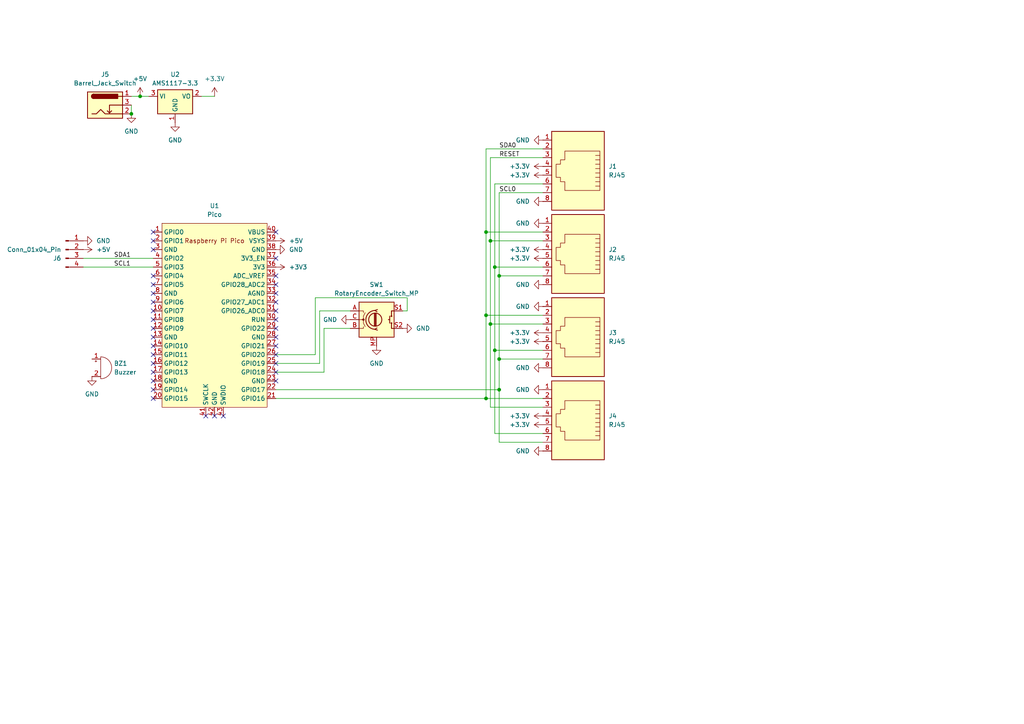
<source format=kicad_sch>
(kicad_sch (version 20231120) (generator "eeschema") (generator_version "8.0")
  (paper "A4")
  (title_block (title "Laser-Parkour Controller") (date "2024-08-25") (rev "01") (company "Manuel König HHN HTWG x42.space"))
  (lib_symbols
    (symbol "Connector:Barrel_Jack_Switch" (pin_names hide)
      (property "Reference" "J" (at 0 5.334 0))
      (property "Value" "Barrel_Jack_Switch" (at 0 -5.08 0))
      (symbol "Barrel_Jack_Switch_0_1"
        (rectangle (start -5.08 3.81) (end 5.08 -3.81) (stroke (width 0.254)) (fill (type background)))
        (arc (start -3.302 3.175) (mid -3.9343 2.54) (end -3.302 1.905) (stroke (width 0.254)))
        (arc (start -3.302 3.175) (mid -3.9343 2.54) (end -3.302 1.905) (stroke (width 0.254)) (fill (type outline)))
        (polyline (pts (xy 1.27 -2.286) (xy 1.905 -1.651)) (stroke (width 0.254)))
        (polyline (pts (xy 5.08 2.54) (xy 3.81 2.54)) (stroke (width 0.254)))
        (polyline (pts (xy 5.08 0) (xy 1.27 0) (xy 1.27 -2.286) (xy 0.635 -1.651)) (stroke (width 0.254)))
        (polyline (pts (xy -3.81 -2.54) (xy -2.54 -2.54) (xy -1.27 -1.27) (xy 0 -2.54) (xy 2.54 -2.54) (xy 5.08 -2.54)) (stroke (width 0.254)))
        (rectangle (start 3.683 3.175) (end -3.302 1.905) (stroke (width 0.254)) (fill (type outline)))
      )
      (symbol "Barrel_Jack_Switch_1_1"
        (pin passive line (at 7.62 2.54 180) (length 2.54) (name "~") (number "1"))
        (pin passive line (at 7.62 -2.54 180) (length 2.54) (name "~") (number "2"))
        (pin passive line (at 7.62 0 180) (length 2.54) (name "~") (number "3"))
      )
    )
    (symbol "Connector:Conn_01x04_Pin" (pin_names (offset 1.016) hide)
      (property "Reference" "J" (at 0 5.08 0))
      (property "Value" "Conn_01x04_Pin" (at 0 -7.62 0))
      (symbol "Conn_01x04_Pin_1_1"
        (polyline (pts (xy 1.27 -5.08) (xy 0.8636 -5.08)) (stroke (width 0.1524)))
        (polyline (pts (xy 1.27 -2.54) (xy 0.8636 -2.54)) (stroke (width 0.1524)))
        (polyline (pts (xy 1.27 0) (xy 0.8636 0)) (stroke (width 0.1524)))
        (polyline (pts (xy 1.27 2.54) (xy 0.8636 2.54)) (stroke (width 0.1524)))
        (rectangle (start 0.8636 -4.953) (end 0 -5.207) (stroke (width 0.1524)) (fill (type outline)))
        (rectangle (start 0.8636 -2.413) (end 0 -2.667) (stroke (width 0.1524)) (fill (type outline)))
        (rectangle (start 0.8636 0.127) (end 0 -0.127) (stroke (width 0.1524)) (fill (type outline)))
        (rectangle (start 0.8636 2.667) (end 0 2.413) (stroke (width 0.1524)) (fill (type outline)))
        (pin passive line (at 5.08 2.54 180) (length 3.81) (name "Pin_1") (number "1"))
        (pin passive line (at 5.08 0 180) (length 3.81) (name "Pin_2") (number "2"))
        (pin passive line (at 5.08 -2.54 180) (length 3.81) (name "Pin_3") (number "3"))
        (pin passive line (at 5.08 -5.08 180) (length 3.81) (name "Pin_4") (number "4"))
      )
    )
    (symbol "Connector:RJ45" (pin_names (offset 1.016))
      (property "Reference" "J" (at -5.08 13.97 0))
      (property "Value" "RJ45" (at 2.54 13.97 0))
      (symbol "RJ45_0_1"
        (polyline (pts (xy -5.08 4.445) (xy -6.35 4.445)))
        (polyline (pts (xy -5.08 5.715) (xy -6.35 5.715)))
        (polyline (pts (xy -6.35 -3.175) (xy -5.08 -3.175) (xy -5.08 -3.175)))
        (polyline (pts (xy -6.35 -1.905) (xy -5.08 -1.905) (xy -5.08 -1.905)))
        (polyline (pts (xy -6.35 -0.635) (xy -5.08 -0.635) (xy -5.08 -0.635)))
        (polyline (pts (xy -6.35 0.635) (xy -5.08 0.635) (xy -5.08 0.635)))
        (polyline (pts (xy -6.35 1.905) (xy -5.08 1.905) (xy -5.08 1.905)))
        (polyline (pts (xy -5.08 3.175) (xy -6.35 3.175) (xy -6.35 3.175)))
        (polyline (pts (xy -6.35 -4.445) (xy -6.35 6.985) (xy 3.81 6.985) (xy 3.81 4.445) (xy 5.08 4.445) (xy 5.08 3.175) (xy 6.35 3.175) (xy 6.35 -0.635) (xy 5.08 -0.635) (xy 5.08 -1.905) (xy 3.81 -1.905) (xy 3.81 -4.445) (xy -6.35 -4.445) (xy -6.35 -4.445)))
        (rectangle (start 7.62 12.7) (end -7.62 -10.16) (stroke (width 0.254)) (fill (type background)))
      )
      (symbol "RJ45_1_1"
        (pin passive line (at 10.16 -7.62 180) (length 2.54) (name "~") (number "1"))
        (pin passive line (at 10.16 -5.08 180) (length 2.54) (name "~") (number "2"))
        (pin passive line (at 10.16 -2.54 180) (length 2.54) (name "~") (number "3"))
        (pin passive line (at 10.16 0 180) (length 2.54) (name "~") (number "4"))
        (pin passive line (at 10.16 2.54 180) (length 2.54) (name "~") (number "5"))
        (pin passive line (at 10.16 5.08 180) (length 2.54) (name "~") (number "6"))
        (pin passive line (at 10.16 7.62 180) (length 2.54) (name "~") (number "7"))
        (pin passive line (at 10.16 10.16 180) (length 2.54) (name "~") (number "8"))
      )
    )
    (symbol "Device:Buzzer" (pin_names (offset 0.0254) hide)
      (property "Reference" "BZ" (at 3.81 1.27 0))
      (property "Value" "Buzzer" (at 3.81 -1.27 0))
      (symbol "Buzzer_0_1"
        (arc (start 0 -3.175) (mid 3.1612 0) (end 0 3.175))
        (polyline (pts (xy -1.651 1.905) (xy -1.143 1.905)))
        (polyline (pts (xy -1.397 2.159) (xy -1.397 1.651)))
        (polyline (pts (xy 0 3.175) (xy 0 -3.175)))
      )
      (symbol "Buzzer_1_1"
        (pin passive line (at -2.54 2.54 0) (length 2.54) (name "+") (number "1"))
        (pin passive line (at -2.54 -2.54 0) (length 2.54) (name "-") (number "2"))
      )
    )
    (symbol "Device:RotaryEncoder_Switch_MP" (pin_names (offset 0.254) hide)
      (property "Reference" "SW" (at 0 8.89 0))
      (property "Value" "RotaryEncoder_Switch_MP" (at 0 6.35 0))
      (symbol "RotaryEncoder_Switch_MP_0_1"
        (rectangle (start -5.08 5.08) (end 5.08 -5.08) (stroke (width 0.254)) (fill (type background)))
        (circle (center -3.81 0) (radius 0.254) (fill (type outline)))
        (circle (center -0.381 0) (radius 1.905) (stroke (width 0.254)))
        (arc (start -0.381 2.667) (mid -3.0988 -0.0635) (end -0.381 -2.794) (stroke (width 0.254)))
        (polyline (pts (xy -0.635 -1.778) (xy -0.635 1.778)) (stroke (width 0.254)))
        (polyline (pts (xy -0.381 -1.778) (xy -0.381 1.778)) (stroke (width 0.254)))
        (polyline (pts (xy -0.127 1.778) (xy -0.127 -1.778)) (stroke (width 0.254)))
        (polyline (pts (xy 3.81 0) (xy 3.429 0)) (stroke (width 0.254)))
        (polyline (pts (xy 3.81 1.016) (xy 3.81 -1.016)) (stroke (width 0.254)))
        (polyline (pts (xy -5.08 -2.54) (xy -3.81 -2.54) (xy -3.81 -2.032)))
        (polyline (pts (xy -5.08 2.54) (xy -3.81 2.54) (xy -3.81 2.032)))
        (polyline (pts (xy 0.254 -3.048) (xy -0.508 -2.794) (xy 0.127 -2.413)) (stroke (width 0.254)))
        (polyline (pts (xy 0.254 2.921) (xy -0.508 2.667) (xy 0.127 2.286)) (stroke (width 0.254)))
        (polyline (pts (xy 5.08 -2.54) (xy 4.318 -2.54) (xy 4.318 -1.016)) (stroke (width 0.254)))
        (polyline (pts (xy 5.08 2.54) (xy 4.318 2.54) (xy 4.318 1.016)) (stroke (width 0.254)))
        (polyline (pts (xy -5.08 0) (xy -3.81 0) (xy -3.81 -1.016) (xy -3.302 -2.032)))
        (polyline (pts (xy -4.318 0) (xy -3.81 0) (xy -3.81 1.016) (xy -3.302 2.032)))
        (circle (center 4.318 -1.016) (radius 0.127) (stroke (width 0.254)))
        (circle (center 4.318 1.016) (radius 0.127) (stroke (width 0.254)))
      )
      (symbol "RotaryEncoder_Switch_MP_1_1"
        (pin passive line (at -7.62 2.54 0) (length 2.54) (name "A") (number "A"))
        (pin passive line (at -7.62 -2.54 0) (length 2.54) (name "B") (number "B"))
        (pin passive line (at -7.62 0 0) (length 2.54) (name "C") (number "C"))
        (pin passive line (at 0 -7.62 90) (length 2.54) (name "MP") (number "MP"))
        (pin passive line (at 7.62 2.54 180) (length 2.54) (name "S1") (number "S1"))
        (pin passive line (at 7.62 -2.54 180) (length 2.54) (name "S2") (number "S2"))
      )
    )
    (symbol "Library:Pico"
      (property "Reference" "U" (at -13.97 27.94 0))
      (property "Value" "Pico" (at 0 19.05 0))
      (symbol "Pico_0_0"
        (text "Raspberry Pi Pico" (at 0 21.59 0) (effects (font (size 1.27 1.27))))
      )
      (symbol "Pico_0_1"
        (rectangle (start -15.24 26.67) (end 15.24 -26.67) (fill (type background)))
      )
      (symbol "Pico_1_1"
        (pin bidirectional line (at -17.78 24.13 0) (length 2.54) (name "GPIO0") (number "1"))
        (pin bidirectional line (at -17.78 1.27 0) (length 2.54) (name "GPIO7") (number "10"))
        (pin bidirectional line (at -17.78 -1.27 0) (length 2.54) (name "GPIO8") (number "11"))
        (pin bidirectional line (at -17.78 -3.81 0) (length 2.54) (name "GPIO9") (number "12"))
        (pin power_in line (at -17.78 -6.35 0) (length 2.54) (name "GND") (number "13"))
        (pin bidirectional line (at -17.78 -8.89 0) (length 2.54) (name "GPIO10") (number "14"))
        (pin bidirectional line (at -17.78 -11.43 0) (length 2.54) (name "GPIO11") (number "15"))
        (pin bidirectional line (at -17.78 -13.97 0) (length 2.54) (name "GPIO12") (number "16"))
        (pin bidirectional line (at -17.78 -16.51 0) (length 2.54) (name "GPIO13") (number "17"))
        (pin power_in line (at -17.78 -19.05 0) (length 2.54) (name "GND") (number "18"))
        (pin bidirectional line (at -17.78 -21.59 0) (length 2.54) (name "GPIO14") (number "19"))
        (pin bidirectional line (at -17.78 21.59 0) (length 2.54) (name "GPIO1") (number "2"))
        (pin bidirectional line (at -17.78 -24.13 0) (length 2.54) (name "GPIO15") (number "20"))
        (pin bidirectional line (at 17.78 -24.13 180) (length 2.54) (name "GPIO16") (number "21"))
        (pin bidirectional line (at 17.78 -21.59 180) (length 2.54) (name "GPIO17") (number "22"))
        (pin power_in line (at 17.78 -19.05 180) (length 2.54) (name "GND") (number "23"))
        (pin bidirectional line (at 17.78 -16.51 180) (length 2.54) (name "GPIO18") (number "24"))
        (pin bidirectional line (at 17.78 -13.97 180) (length 2.54) (name "GPIO19") (number "25"))
        (pin bidirectional line (at 17.78 -11.43 180) (length 2.54) (name "GPIO20") (number "26"))
        (pin bidirectional line (at 17.78 -8.89 180) (length 2.54) (name "GPIO21") (number "27"))
        (pin power_in line (at 17.78 -6.35 180) (length 2.54) (name "GND") (number "28"))
        (pin bidirectional line (at 17.78 -3.81 180) (length 2.54) (name "GPIO22") (number "29"))
        (pin power_in line (at -17.78 19.05 0) (length 2.54) (name "GND") (number "3"))
        (pin input line (at 17.78 -1.27 180) (length 2.54) (name "RUN") (number "30"))
        (pin bidirectional line (at 17.78 1.27 180) (length 2.54) (name "GPIO26_ADC0") (number "31"))
        (pin bidirectional line (at 17.78 3.81 180) (length 2.54) (name "GPIO27_ADC1") (number "32"))
        (pin power_in line (at 17.78 6.35 180) (length 2.54) (name "AGND") (number "33"))
        (pin bidirectional line (at 17.78 8.89 180) (length 2.54) (name "GPIO28_ADC2") (number "34"))
        (pin power_in line (at 17.78 11.43 180) (length 2.54) (name "ADC_VREF") (number "35"))
        (pin power_in line (at 17.78 13.97 180) (length 2.54) (name "3V3") (number "36"))
        (pin input line (at 17.78 16.51 180) (length 2.54) (name "3V3_EN") (number "37"))
        (pin bidirectional line (at 17.78 19.05 180) (length 2.54) (name "GND") (number "38"))
        (pin power_in line (at 17.78 21.59 180) (length 2.54) (name "VSYS") (number "39"))
        (pin bidirectional line (at -17.78 16.51 0) (length 2.54) (name "GPIO2") (number "4"))
        (pin power_in line (at 17.78 24.13 180) (length 2.54) (name "VBUS") (number "40"))
        (pin input line (at -2.54 -29.21 90) (length 2.54) (name "SWCLK") (number "41"))
        (pin power_in line (at 0 -29.21 90) (length 2.54) (name "GND") (number "42"))
        (pin bidirectional line (at 2.54 -29.21 90) (length 2.54) (name "SWDIO") (number "43"))
        (pin bidirectional line (at -17.78 13.97 0) (length 2.54) (name "GPIO3") (number "5"))
        (pin bidirectional line (at -17.78 11.43 0) (length 2.54) (name "GPIO4") (number "6"))
        (pin bidirectional line (at -17.78 8.89 0) (length 2.54) (name "GPIO5") (number "7"))
        (pin power_in line (at -17.78 6.35 0) (length 2.54) (name "GND") (number "8"))
        (pin bidirectional line (at -17.78 3.81 0) (length 2.54) (name "GPIO6") (number "9"))
      )
    )
    (symbol "Regulator_Linear:AMS1117-3.3"
      (property "Reference" "U" (at -3.81 3.175 0))
      (property "Value" "AMS1117-3.3" (at 0 3.175 0))
      (symbol "AMS1117-3.3_0_1"
        (rectangle (start -5.08 -5.08) (end 5.08 1.905) (stroke (width 0.254)) (fill (type background)))
      )
      (symbol "AMS1117-3.3_1_1"
        (pin power_in line (at 0 -7.62 90) (length 2.54) (name "GND") (number "1"))
        (pin power_out line (at 7.62 0 180) (length 2.54) (name "VO") (number "2"))
        (pin power_in line (at -7.62 0 0) (length 2.54) (name "VI") (number "3"))
      )
    )
    (symbol "power:+3.3V" (power) (pin_numbers hide) (pin_names (offset 0) hide)
      (property "Value" "+3.3V" (at 0 3.556 0))
      (symbol "+3.3V_0_1"
        (polyline (pts (xy -0.762 1.27) (xy 0 2.54)))
        (polyline (pts (xy 0 0) (xy 0 2.54)))
        (polyline (pts (xy 0 2.54) (xy 0.762 1.27)))
      )
      (symbol "+3.3V_1_1"
        (pin power_in line (at 0 0 90) (length 0) (name "~") (number "1"))
      )
    )
    (symbol "power:+3V3" (power) (pin_numbers hide) (pin_names (offset 0) hide)
      (property "Value" "+3V3" (at 0 3.556 0))
      (symbol "+3V3_0_1"
        (polyline (pts (xy -0.762 1.27) (xy 0 2.54)))
        (polyline (pts (xy 0 0) (xy 0 2.54)))
        (polyline (pts (xy 0 2.54) (xy 0.762 1.27)))
      )
      (symbol "+3V3_1_1"
        (pin power_in line (at 0 0 90) (length 0) (name "~") (number "1"))
      )
    )
    (symbol "power:+5V" (power) (pin_numbers hide) (pin_names (offset 0) hide)
      (property "Value" "+5V" (at 0 3.556 0))
      (symbol "+5V_0_1"
        (polyline (pts (xy -0.762 1.27) (xy 0 2.54)))
        (polyline (pts (xy 0 0) (xy 0 2.54)))
        (polyline (pts (xy 0 2.54) (xy 0.762 1.27)))
      )
      (symbol "+5V_1_1"
        (pin power_in line (at 0 0 90) (length 0) (name "~") (number "1"))
      )
    )
    (symbol "power:GND" (power) (pin_numbers hide) (pin_names (offset 0) hide)
      (property "Value" "GND" (at 0 -3.81 0))
      (symbol "GND_0_1"
        (polyline (pts (xy 0 0) (xy 0 -1.27) (xy 1.27 -1.27) (xy 0 -2.54) (xy -1.27 -1.27) (xy 0 -1.27)))
      )
      (symbol "GND_1_1"
        (pin power_in line (at 0 0 270) (length 0) (name "~") (number "1"))
      )
    )
  )
  (junction (at 140.97 67.31))
  (junction (at 140.97 115.57))
  (junction (at 144.78 80.01))
  (junction (at 142.24 69.85))
  (junction (at 140.97 91.44))
  (junction (at 144.78 113.03))
  (junction (at 143.51 77.47))
  (junction (at 40.64 27.94))
  (junction (at 142.24 93.98))
  (junction (at 38.1 33.02))
  (junction (at 144.78 104.14))
  (junction (at 143.51 101.6))
  (no_connect (at 80.01 95.25))
  (no_connect (at 44.45 85.09))
  (no_connect (at 80.01 85.09))
  (no_connect (at 44.45 110.49))
  (no_connect (at 80.01 110.49))
  (no_connect (at 80.01 92.71))
  (no_connect (at 44.45 113.03))
  (no_connect (at 59.69 120.65))
  (no_connect (at 44.45 107.95))
  (no_connect (at 80.01 80.01))
  (no_connect (at 44.45 100.33))
  (no_connect (at 80.01 97.79))
  (no_connect (at 64.77 120.65))
  (no_connect (at 44.45 67.31))
  (no_connect (at 44.45 87.63))
  (no_connect (at 44.45 80.01))
  (no_connect (at 80.01 74.93))
  (no_connect (at 44.45 102.87))
  (no_connect (at 80.01 107.95))
  (no_connect (at 80.01 90.17))
  (no_connect (at 80.01 82.55))
  (no_connect (at 44.45 69.85))
  (no_connect (at 44.45 92.71))
  (no_connect (at 80.01 87.63))
  (no_connect (at 80.01 105.41))
  (no_connect (at 80.01 100.33))
  (no_connect (at 44.45 105.41))
  (no_connect (at 44.45 115.57))
  (no_connect (at 44.45 90.17))
  (no_connect (at 44.45 82.55))
  (no_connect (at 62.23 120.65))
  (no_connect (at 80.01 102.87))
  (no_connect (at 44.45 95.25))
  (no_connect (at 80.01 67.31))
  (no_connect (at 44.45 97.79))
  (no_connect (at 44.45 72.39))
  (wire (pts (xy 144.78 104.14) (xy 144.78 113.03)))
  (wire (pts (xy 144.78 113.03) (xy 144.78 128.27)))
  (wire (pts (xy 142.24 118.11) (xy 157.48 118.11)))
  (wire (pts (xy 93.98 95.25) (xy 101.6 95.25)))
  (wire (pts (xy 38.1 30.48) (xy 38.1 33.02)))
  (wire (pts (xy 92.71 90.17) (xy 101.6 90.17)))
  (wire (pts (xy 91.44 102.87) (xy 91.44 86.36)))
  (wire (pts (xy 118.11 86.36) (xy 118.11 90.17)))
  (wire (pts (xy 80.01 105.41) (xy 92.71 105.41)))
  (wire (pts (xy 143.51 77.47) (xy 157.48 77.47)))
  (wire (pts (xy 142.24 69.85) (xy 142.24 93.98)))
  (wire (pts (xy 93.98 107.95) (xy 93.98 95.25)))
  (wire (pts (xy 142.24 93.98) (xy 157.48 93.98)))
  (wire (pts (xy 144.78 128.27) (xy 157.48 128.27)))
  (wire (pts (xy 142.24 69.85) (xy 157.48 69.85)))
  (wire (pts (xy 144.78 104.14) (xy 157.48 104.14)))
  (wire (pts (xy 24.13 77.47) (xy 44.45 77.47)))
  (wire (pts (xy 140.97 67.31) (xy 140.97 91.44)))
  (wire (pts (xy 140.97 91.44) (xy 157.48 91.44)))
  (wire (pts (xy 140.97 91.44) (xy 140.97 115.57)))
  (wire (pts (xy 144.78 80.01) (xy 157.48 80.01)))
  (wire (pts (xy 143.51 53.34) (xy 157.48 53.34)))
  (wire (pts (xy 144.78 55.88) (xy 157.48 55.88)))
  (wire (pts (xy 140.97 43.18) (xy 140.97 67.31)))
  (wire (pts (xy 80.01 102.87) (xy 91.44 102.87)))
  (wire (pts (xy 58.42 27.94) (xy 62.23 27.94)))
  (wire (pts (xy 38.1 27.94) (xy 40.64 27.94)))
  (wire (pts (xy 40.64 27.94) (xy 43.18 27.94)))
  (wire (pts (xy 143.51 101.6) (xy 143.51 125.73)))
  (wire (pts (xy 143.51 125.73) (xy 157.48 125.73)))
  (wire (pts (xy 142.24 93.98) (xy 142.24 118.11)))
  (wire (pts (xy 140.97 115.57) (xy 157.48 115.57)))
  (wire (pts (xy 118.11 90.17) (xy 116.84 90.17)))
  (wire (pts (xy 24.13 74.93) (xy 44.45 74.93)))
  (wire (pts (xy 91.44 86.36) (xy 118.11 86.36)))
  (wire (pts (xy 143.51 77.47) (xy 143.51 101.6)))
  (wire (pts (xy 92.71 105.41) (xy 92.71 90.17)))
  (wire (pts (xy 80.01 113.03) (xy 144.78 113.03)))
  (wire (pts (xy 140.97 43.18) (xy 157.48 43.18)))
  (wire (pts (xy 143.51 53.34) (xy 143.51 77.47)))
  (wire (pts (xy 80.01 107.95) (xy 93.98 107.95)))
  (wire (pts (xy 143.51 101.6) (xy 157.48 101.6)))
  (wire (pts (xy 142.24 45.72) (xy 142.24 69.85)))
  (wire (pts (xy 144.78 80.01) (xy 144.78 104.14)))
  (wire (pts (xy 144.78 55.88) (xy 144.78 80.01)))
  (wire (pts (xy 142.24 45.72) (xy 157.48 45.72)))
  (wire (pts (xy 140.97 115.57) (xy 80.01 115.57)))
  (wire (pts (xy 140.97 67.31) (xy 157.48 67.31)))
  (label "SDA1" (at 33.02 74.93 0))
  (label "SCL0" (at 144.78 55.88 0))
  (label "SCL1" (at 33.02 77.47 0))
  (label "SDA0" (at 144.78 43.18 0))
  (label "RESET" (at 144.78 45.72 0))
  (symbol (lib_id "power:GND") (at 157.48 130.81 270) (unit 1)
    (property "Reference" "#PWR017" (effects (hide yes)))
    (property "Value" "GND" (at 153.67 130.8099 90) (effects (justify right)))
    (property "Description" "Power symbol creates a global label with name \"GND\" , ground" (effects (hide yes)))
  )
  (symbol (lib_id "power:GND") (at 80.01 72.39 90) (unit 1)
    (property "Reference" "#PWR023" (effects (hide yes)))
    (property "Value" "GND" (at 83.82 72.3899 90) (effects (justify right)))
    (property "Description" "Power symbol creates a global label with name \"GND\" , ground" (effects (hide yes)))
  )
  (symbol (lib_id "power:GND") (at 38.1 33.02 0) (unit 1)
    (property "Reference" "#PWR019" (effects (hide yes)))
    (property "Value" "GND" (at 38.1 38.1 0))
    (property "Description" "Power symbol creates a global label with name \"GND\" , ground" (effects (hide yes)))
  )
  (symbol (lib_id "Device:Buzzer") (at 29.21 106.68 0) (unit 1)
    (property "Reference" "BZ1" (at 33.02 105.4099 0) (effects (justify left)))
    (property "Value" "Buzzer" (at 33.02 107.9499 0) (effects (justify left)))
    (property "Footprint" "Buzzer_Beeper:Buzzer_12x9.5RM7.6" (effects (hide yes)))
    (property "Description" "Buzzer, polarized" (effects (hide yes)))
  )
  (symbol (lib_id "power:+3.3V") (at 157.48 96.52 90) (unit 1)
    (property "Reference" "#PWR011" (effects (hide yes)))
    (property "Value" "+3.3V" (at 153.67 96.5199 90) (effects (justify left)))
    (property "Description" "Power symbol creates a global label with name \"+3.3V\"" (effects (hide yes)))
  )
  (symbol (lib_id "power:GND") (at 50.8 35.56 0) (unit 1)
    (property "Reference" "#PWR018" (effects (hide yes)))
    (property "Value" "GND" (at 50.8 40.64 0))
    (property "Description" "Power symbol creates a global label with name \"GND\" , ground" (effects (hide yes)))
  )
  (symbol (lib_id "Connector:Barrel_Jack_Switch") (at 30.48 30.48 0) (unit 1)
    (property "Reference" "J5" (at 30.48 21.59 0))
    (property "Value" "Barrel_Jack_Switch" (at 30.48 24.13 0))
    (property "Footprint" "Library:WR-DC DC Power Jack Right Angled (6.4)" (effects (hide yes)))
    (property "Description" "DC Barrel Jack with an internal switch" (effects (hide yes)))
  )
  (symbol (lib_id "power:GND") (at 157.48 88.9 270) (unit 1)
    (property "Reference" "#PWR05" (effects (hide yes)))
    (property "Value" "GND" (at 153.67 88.8999 90) (effects (justify right)))
    (property "Description" "Power symbol creates a global label with name \"GND\" , ground" (effects (hide yes)))
  )
  (symbol (lib_id "power:+3V3") (at 80.01 77.47 270) (unit 1)
    (property "Reference" "#PWR021" (effects (hide yes)))
    (property "Value" "+3V3" (at 83.82 77.4699 90) (effects (justify left)))
    (property "Description" "Power symbol creates a global label with name \"+3V3\"" (effects (hide yes)))
  )
  (symbol (lib_id "power:GND") (at 109.22 100.33 0) (unit 1)
    (property "Reference" "#PWR025" (effects (hide yes)))
    (property "Value" "GND" (at 109.22 105.41 0))
    (property "Description" "Power symbol creates a global label with name \"GND\" , ground" (effects (hide yes)))
  )
  (symbol (lib_id "power:GND") (at 116.84 95.25 90) (unit 1)
    (property "Reference" "#PWR028" (effects (hide yes)))
    (property "Value" "GND" (at 120.65 95.2499 90) (effects (justify right)))
    (property "Description" "Power symbol creates a global label with name \"GND\" , ground" (effects (hide yes)))
  )
  (symbol (lib_id "power:GND") (at 157.48 113.03 270) (unit 1)
    (property "Reference" "#PWR014" (effects (hide yes)))
    (property "Value" "GND" (at 153.67 113.0299 90) (effects (justify right)))
    (property "Description" "Power symbol creates a global label with name \"GND\" , ground" (effects (hide yes)))
  )
  (symbol (lib_id "power:+3.3V") (at 62.23 27.94 0) (unit 1)
    (property "Reference" "#PWR022" (effects (hide yes)))
    (property "Value" "+3.3V" (at 62.23 22.86 0))
    (property "Description" "Power symbol creates a global label with name \"+3.3V\"" (effects (hide yes)))
  )
  (symbol (lib_id "power:GND") (at 157.48 58.42 270) (unit 1)
    (property "Reference" "#PWR02" (effects (hide yes)))
    (property "Value" "GND" (at 153.67 58.4199 90) (effects (justify right)))
    (property "Description" "Power symbol creates a global label with name \"GND\" , ground" (effects (hide yes)))
  )
  (symbol (lib_id "Connector:RJ45") (at 167.64 120.65 180) (unit 1)
    (property "Reference" "J4" (at 176.53 120.6499 0) (effects (justify right)))
    (property "Value" "RJ45" (at 176.53 123.1899 0) (effects (justify right)))
    (property "Footprint" "Library:WR-MJ Modular Jack Horizontal Shielded w. EMI Panel Finger 8P8C Tab Up" (effects (hide yes)))
    (property "Description" "RJ connector, 8P8C (8 positions 8 connected)" (effects (hide yes)))
  )
  (symbol (lib_id "Connector:RJ45") (at 167.64 96.52 180) (unit 1)
    (property "Reference" "J3" (at 176.53 96.5199 0) (effects (justify right)))
    (property "Value" "RJ45" (at 176.53 99.0599 0) (effects (justify right)))
    (property "Footprint" "Library:WR-MJ Modular Jack Horizontal Shielded w. EMI Panel Finger 8P8C Tab Up" (effects (hide yes)))
    (property "Description" "RJ connector, 8P8C (8 positions 8 connected)" (effects (hide yes)))
  )
  (symbol (lib_id "power:GND") (at 24.13 69.85 90) (unit 1)
    (property "Reference" "#PWR026" (effects (hide yes)))
    (property "Value" "GND" (at 27.94 69.8501 90) (effects (justify right)))
    (property "Description" "Power symbol creates a global label with name \"GND\" , ground" (effects (hide yes)))
  )
  (symbol (lib_id "Connector:RJ45") (at 167.64 72.39 180) (unit 1)
    (property "Reference" "J2" (at 176.53 72.3899 0) (effects (justify right)))
    (property "Value" "RJ45" (at 176.53 74.9299 0) (effects (justify right)))
    (property "Footprint" "Library:WR-MJ Modular Jack Horizontal Shielded w. EMI Panel Finger 8P8C Tab Up" (effects (hide yes)))
    (property "Description" "RJ connector, 8P8C (8 positions 8 connected)" (effects (hide yes)))
  )
  (symbol (lib_id "power:+3.3V") (at 157.48 72.39 90) (unit 1)
    (property "Reference" "#PWR09" (effects (hide yes)))
    (property "Value" "+3.3V" (at 153.67 72.3899 90) (effects (justify left)))
    (property "Description" "Power symbol creates a global label with name \"+3.3V\"" (effects (hide yes)))
  )
  (symbol (lib_id "power:GND") (at 157.48 106.68 270) (unit 1)
    (property "Reference" "#PWR06" (effects (hide yes)))
    (property "Value" "GND" (at 153.67 106.6799 90) (effects (justify right)))
    (property "Description" "Power symbol creates a global label with name \"GND\" , ground" (effects (hide yes)))
  )
  (symbol (lib_id "power:GND") (at 157.48 64.77 270) (unit 1)
    (property "Reference" "#PWR03" (effects (hide yes)))
    (property "Value" "GND" (at 153.67 64.7699 90) (effects (justify right)))
    (property "Description" "Power symbol creates a global label with name \"GND\" , ground" (effects (hide yes)))
  )
  (symbol (lib_id "power:GND") (at 157.48 82.55 270) (unit 1)
    (property "Reference" "#PWR04" (effects (hide yes)))
    (property "Value" "GND" (at 153.67 82.5499 90) (effects (justify right)))
    (property "Description" "Power symbol creates a global label with name \"GND\" , ground" (effects (hide yes)))
  )
  (symbol (lib_id "power:+3.3V") (at 157.48 99.06 90) (unit 1)
    (property "Reference" "#PWR012" (effects (hide yes)))
    (property "Value" "+3.3V" (at 153.67 99.0599 90) (effects (justify left)))
    (property "Description" "Power symbol creates a global label with name \"+3.3V\"" (effects (hide yes)))
  )
  (symbol (lib_id "power:GND") (at 157.48 40.64 270) (unit 1)
    (property "Reference" "#PWR01" (effects (hide yes)))
    (property "Value" "GND" (at 153.67 40.6399 90) (effects (justify right)))
    (property "Description" "Power symbol creates a global label with name \"GND\" , ground" (effects (hide yes)))
  )
  (symbol (lib_id "power:+5V") (at 40.64 27.94 0) (unit 1)
    (property "Reference" "#PWR020" (effects (hide yes)))
    (property "Value" "+5V" (at 40.64 22.86 0))
    (property "Description" "Power symbol creates a global label with name \"+5V\"" (effects (hide yes)))
  )
  (symbol (lib_id "Connector:RJ45") (at 167.64 48.26 180) (unit 1)
    (property "Reference" "J1" (at 176.53 48.2599 0) (effects (justify right)))
    (property "Value" "RJ45" (at 176.53 50.7999 0) (effects (justify right)))
    (property "Footprint" "Library:WR-MJ Modular Jack Horizontal Shielded w. EMI Panel Finger 8P8C Tab Up" (effects (hide yes)))
    (property "Description" "RJ connector, 8P8C (8 positions 8 connected)" (effects (hide yes)))
  )
  (symbol (lib_id "power:GND") (at 26.67 109.22 0) (unit 1)
    (property "Reference" "#PWR013" (effects (hide yes)))
    (property "Value" "GND" (at 26.67 114.3 0))
    (property "Description" "Power symbol creates a global label with name \"GND\" , ground" (effects (hide yes)))
  )
  (symbol (lib_id "power:GND") (at 101.6 92.71 270) (unit 1)
    (property "Reference" "#PWR029" (effects (hide yes)))
    (property "Value" "GND" (at 97.79 92.7099 90) (effects (justify right)))
    (property "Description" "Power symbol creates a global label with name \"GND\" , ground" (effects (hide yes)))
  )
  (symbol (lib_id "power:+3.3V") (at 157.48 120.65 90) (unit 1)
    (property "Reference" "#PWR015" (effects (hide yes)))
    (property "Value" "+3.3V" (at 153.67 120.6499 90) (effects (justify left)))
    (property "Description" "Power symbol creates a global label with name \"+3.3V\"" (effects (hide yes)))
  )
  (symbol (lib_id "Regulator_Linear:AMS1117-3.3") (at 50.8 27.94 0) (unit 1)
    (property "Reference" "U2" (at 50.8 21.59 0))
    (property "Value" "AMS1117-3.3" (at 50.8 24.13 0))
    (property "Footprint" "Package_TO_SOT_SMD:SOT-223-3_TabPin2" (effects (hide yes)))
    (property "Datasheet" "http://www.advanced-monolithic.com/pdf/ds1117.pdf" (effects (hide yes)))
    (property "Description" "1A Low Dropout regulator, positive, 3.3V fixed output, SOT-223" (effects (hide yes)))
  )
  (symbol (lib_id "Library:Pico") (at 62.23 91.44 0) (unit 1)
    (property "Reference" "U1" (at 62.23 59.69 0))
    (property "Value" "Pico" (at 62.23 62.23 0))
    (property "Footprint" "Library:RPi_Pico_SMD_TH" (effects (hide yes)))
  )
  (symbol (lib_id "power:+5V") (at 24.13 72.39 270) (unit 1)
    (property "Reference" "#PWR027" (effects (hide yes)))
    (property "Value" "+5V" (at 27.94 72.3901 90) (effects (justify left)))
    (property "Description" "Power symbol creates a global label with name \"+5V\"" (effects (hide yes)))
  )
  (symbol (lib_id "power:+3.3V") (at 157.48 50.8 90) (unit 1)
    (property "Reference" "#PWR08" (effects (hide yes)))
    (property "Value" "+3.3V" (at 153.67 50.7999 90) (effects (justify left)))
    (property "Description" "Power symbol creates a global label with name \"+3.3V\"" (effects (hide yes)))
  )
  (symbol (lib_id "power:+5V") (at 80.01 69.85 270) (unit 1)
    (property "Reference" "#PWR024" (effects (hide yes)))
    (property "Value" "+5V" (at 83.82 69.8499 90) (effects (justify left)))
    (property "Description" "Power symbol creates a global label with name \"+5V\"" (effects (hide yes)))
  )
  (symbol (lib_id "power:+3.3V") (at 157.48 48.26 90) (unit 1)
    (property "Reference" "#PWR07" (effects (hide yes)))
    (property "Value" "+3.3V" (at 153.67 48.2599 90) (effects (justify left)))
    (property "Description" "Power symbol creates a global label with name \"+3.3V\"" (effects (hide yes)))
  )
  (symbol (lib_id "power:+3.3V") (at 157.48 123.19 90) (unit 1)
    (property "Reference" "#PWR016" (effects (hide yes)))
    (property "Value" "+3.3V" (at 153.67 123.1899 90) (effects (justify left)))
    (property "Description" "Power symbol creates a global label with name \"+3.3V\"" (effects (hide yes)))
  )
  (symbol (lib_id "Connector:Conn_01x04_Pin") (at 19.05 72.39 0) (unit 1)
    (property "Reference" "J6" (at 17.78 74.9301 0) (effects (justify right)))
    (property "Value" "Conn_01x04_Pin" (at 17.78 72.3901 0) (effects (justify right)))
    (property "Footprint" "Connector_PinHeader_2.54mm:PinHeader_1x04_P2.54mm_Vertical" (effects (hide yes)))
    (property "Description" "Generic connector, single row, 01x04, script generated" (effects (hide yes)))
  )
  (symbol (lib_id "power:+3.3V") (at 157.48 74.93 90) (unit 1)
    (property "Reference" "#PWR010" (effects (hide yes)))
    (property "Value" "+3.3V" (at 153.67 74.9299 90) (effects (justify left)))
    (property "Description" "Power symbol creates a global label with name \"+3.3V\"" (effects (hide yes)))
  )
  (symbol (lib_id "Device:RotaryEncoder_Switch_MP") (at 109.22 92.71 0) (unit 1)
    (property "Reference" "SW1" (at 109.22 82.55 0))
    (property "Value" "RotaryEncoder_Switch_MP" (at 109.22 85.09 0))
    (property "Footprint" "Library:WS-ENTV_4820XX514001" (effects (hide yes)))
    (property "Description" "Rotary encoder, dual channel, incremental quadrate outputs, with switch and MP Pin" (effects (hide yes)))
  )
)
</source>
